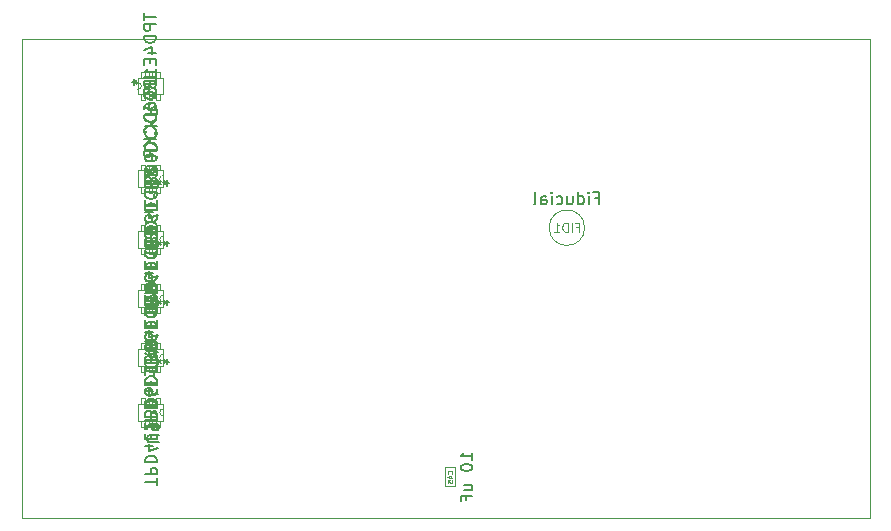
<source format=gbr>
%TF.GenerationSoftware,KiCad,Pcbnew,9.0.5-1.fc42*%
%TF.CreationDate,2025-11-11T18:34:47+01:00*%
%TF.ProjectId,bioamplifier,62696f61-6d70-46c6-9966-6965722e6b69,rev?*%
%TF.SameCoordinates,Original*%
%TF.FileFunction,AssemblyDrawing,Bot*%
%FSLAX46Y46*%
G04 Gerber Fmt 4.6, Leading zero omitted, Abs format (unit mm)*
G04 Created by KiCad (PCBNEW 9.0.5-1.fc42) date 2025-11-11 18:34:47*
%MOMM*%
%LPD*%
G01*
G04 APERTURE LIST*
%ADD10C,0.150000*%
%ADD11C,0.060000*%
%ADD12C,0.110000*%
%ADD13C,0.100000*%
%ADD14C,0.025400*%
%TA.AperFunction,Profile*%
%ADD15C,0.100000*%
%TD*%
G04 APERTURE END LIST*
D10*
X88747319Y-107635118D02*
X88747319Y-107063690D01*
X88747319Y-107349404D02*
X87747319Y-107349404D01*
X87747319Y-107349404D02*
X87890176Y-107254166D01*
X87890176Y-107254166D02*
X87985414Y-107158928D01*
X87985414Y-107158928D02*
X88033033Y-107063690D01*
X87747319Y-108254166D02*
X87747319Y-108349404D01*
X87747319Y-108349404D02*
X87794938Y-108444642D01*
X87794938Y-108444642D02*
X87842557Y-108492261D01*
X87842557Y-108492261D02*
X87937795Y-108539880D01*
X87937795Y-108539880D02*
X88128271Y-108587499D01*
X88128271Y-108587499D02*
X88366366Y-108587499D01*
X88366366Y-108587499D02*
X88556842Y-108539880D01*
X88556842Y-108539880D02*
X88652080Y-108492261D01*
X88652080Y-108492261D02*
X88699700Y-108444642D01*
X88699700Y-108444642D02*
X88747319Y-108349404D01*
X88747319Y-108349404D02*
X88747319Y-108254166D01*
X88747319Y-108254166D02*
X88699700Y-108158928D01*
X88699700Y-108158928D02*
X88652080Y-108111309D01*
X88652080Y-108111309D02*
X88556842Y-108063690D01*
X88556842Y-108063690D02*
X88366366Y-108016071D01*
X88366366Y-108016071D02*
X88128271Y-108016071D01*
X88128271Y-108016071D02*
X87937795Y-108063690D01*
X87937795Y-108063690D02*
X87842557Y-108111309D01*
X87842557Y-108111309D02*
X87794938Y-108158928D01*
X87794938Y-108158928D02*
X87747319Y-108254166D01*
X88080652Y-110206547D02*
X88747319Y-110206547D01*
X88080652Y-109777976D02*
X88604461Y-109777976D01*
X88604461Y-109777976D02*
X88699700Y-109825595D01*
X88699700Y-109825595D02*
X88747319Y-109920833D01*
X88747319Y-109920833D02*
X88747319Y-110063690D01*
X88747319Y-110063690D02*
X88699700Y-110158928D01*
X88699700Y-110158928D02*
X88652080Y-110206547D01*
X88223509Y-111016071D02*
X88223509Y-110682738D01*
X88747319Y-110682738D02*
X87747319Y-110682738D01*
X87747319Y-110682738D02*
X87747319Y-111158928D01*
D11*
X87006332Y-108830357D02*
X87025380Y-108811309D01*
X87025380Y-108811309D02*
X87044427Y-108754167D01*
X87044427Y-108754167D02*
X87044427Y-108716071D01*
X87044427Y-108716071D02*
X87025380Y-108658928D01*
X87025380Y-108658928D02*
X86987284Y-108620833D01*
X86987284Y-108620833D02*
X86949189Y-108601786D01*
X86949189Y-108601786D02*
X86872999Y-108582738D01*
X86872999Y-108582738D02*
X86815856Y-108582738D01*
X86815856Y-108582738D02*
X86739665Y-108601786D01*
X86739665Y-108601786D02*
X86701570Y-108620833D01*
X86701570Y-108620833D02*
X86663475Y-108658928D01*
X86663475Y-108658928D02*
X86644427Y-108716071D01*
X86644427Y-108716071D02*
X86644427Y-108754167D01*
X86644427Y-108754167D02*
X86663475Y-108811309D01*
X86663475Y-108811309D02*
X86682522Y-108830357D01*
X86777760Y-109173214D02*
X87044427Y-109173214D01*
X86625380Y-109077976D02*
X86911094Y-108982738D01*
X86911094Y-108982738D02*
X86911094Y-109230357D01*
X86644427Y-109573214D02*
X86644427Y-109382738D01*
X86644427Y-109382738D02*
X86834903Y-109363690D01*
X86834903Y-109363690D02*
X86815856Y-109382738D01*
X86815856Y-109382738D02*
X86796808Y-109420833D01*
X86796808Y-109420833D02*
X86796808Y-109516071D01*
X86796808Y-109516071D02*
X86815856Y-109554166D01*
X86815856Y-109554166D02*
X86834903Y-109573214D01*
X86834903Y-109573214D02*
X86872999Y-109592261D01*
X86872999Y-109592261D02*
X86968237Y-109592261D01*
X86968237Y-109592261D02*
X87006332Y-109573214D01*
X87006332Y-109573214D02*
X87025380Y-109554166D01*
X87025380Y-109554166D02*
X87044427Y-109516071D01*
X87044427Y-109516071D02*
X87044427Y-109420833D01*
X87044427Y-109420833D02*
X87025380Y-109382738D01*
X87025380Y-109382738D02*
X87006332Y-109363690D01*
D10*
X62045180Y-109779506D02*
X62045180Y-109208078D01*
X61045180Y-109493792D02*
X62045180Y-109493792D01*
X61045180Y-108874744D02*
X62045180Y-108874744D01*
X62045180Y-108874744D02*
X62045180Y-108493792D01*
X62045180Y-108493792D02*
X61997561Y-108398554D01*
X61997561Y-108398554D02*
X61949942Y-108350935D01*
X61949942Y-108350935D02*
X61854704Y-108303316D01*
X61854704Y-108303316D02*
X61711847Y-108303316D01*
X61711847Y-108303316D02*
X61616609Y-108350935D01*
X61616609Y-108350935D02*
X61568990Y-108398554D01*
X61568990Y-108398554D02*
X61521371Y-108493792D01*
X61521371Y-108493792D02*
X61521371Y-108874744D01*
X61045180Y-107874744D02*
X62045180Y-107874744D01*
X62045180Y-107874744D02*
X62045180Y-107636649D01*
X62045180Y-107636649D02*
X61997561Y-107493792D01*
X61997561Y-107493792D02*
X61902323Y-107398554D01*
X61902323Y-107398554D02*
X61807085Y-107350935D01*
X61807085Y-107350935D02*
X61616609Y-107303316D01*
X61616609Y-107303316D02*
X61473752Y-107303316D01*
X61473752Y-107303316D02*
X61283276Y-107350935D01*
X61283276Y-107350935D02*
X61188038Y-107398554D01*
X61188038Y-107398554D02*
X61092800Y-107493792D01*
X61092800Y-107493792D02*
X61045180Y-107636649D01*
X61045180Y-107636649D02*
X61045180Y-107874744D01*
X61711847Y-106446173D02*
X61045180Y-106446173D01*
X62092800Y-106684268D02*
X61378514Y-106922363D01*
X61378514Y-106922363D02*
X61378514Y-106303316D01*
X61568990Y-105922363D02*
X61568990Y-105589030D01*
X61045180Y-105446173D02*
X61045180Y-105922363D01*
X61045180Y-105922363D02*
X62045180Y-105922363D01*
X62045180Y-105922363D02*
X62045180Y-105446173D01*
X61045180Y-104493792D02*
X61045180Y-105065220D01*
X61045180Y-104779506D02*
X62045180Y-104779506D01*
X62045180Y-104779506D02*
X61902323Y-104874744D01*
X61902323Y-104874744D02*
X61807085Y-104969982D01*
X61807085Y-104969982D02*
X61759466Y-105065220D01*
X61568990Y-103731887D02*
X61521371Y-103589030D01*
X61521371Y-103589030D02*
X61473752Y-103541411D01*
X61473752Y-103541411D02*
X61378514Y-103493792D01*
X61378514Y-103493792D02*
X61235657Y-103493792D01*
X61235657Y-103493792D02*
X61140419Y-103541411D01*
X61140419Y-103541411D02*
X61092800Y-103589030D01*
X61092800Y-103589030D02*
X61045180Y-103684268D01*
X61045180Y-103684268D02*
X61045180Y-104065220D01*
X61045180Y-104065220D02*
X62045180Y-104065220D01*
X62045180Y-104065220D02*
X62045180Y-103731887D01*
X62045180Y-103731887D02*
X61997561Y-103636649D01*
X61997561Y-103636649D02*
X61949942Y-103589030D01*
X61949942Y-103589030D02*
X61854704Y-103541411D01*
X61854704Y-103541411D02*
X61759466Y-103541411D01*
X61759466Y-103541411D02*
X61664228Y-103589030D01*
X61664228Y-103589030D02*
X61616609Y-103636649D01*
X61616609Y-103636649D02*
X61568990Y-103731887D01*
X61568990Y-103731887D02*
X61568990Y-104065220D01*
X62045180Y-102874744D02*
X62045180Y-102779506D01*
X62045180Y-102779506D02*
X61997561Y-102684268D01*
X61997561Y-102684268D02*
X61949942Y-102636649D01*
X61949942Y-102636649D02*
X61854704Y-102589030D01*
X61854704Y-102589030D02*
X61664228Y-102541411D01*
X61664228Y-102541411D02*
X61426133Y-102541411D01*
X61426133Y-102541411D02*
X61235657Y-102589030D01*
X61235657Y-102589030D02*
X61140419Y-102636649D01*
X61140419Y-102636649D02*
X61092800Y-102684268D01*
X61092800Y-102684268D02*
X61045180Y-102779506D01*
X61045180Y-102779506D02*
X61045180Y-102874744D01*
X61045180Y-102874744D02*
X61092800Y-102969982D01*
X61092800Y-102969982D02*
X61140419Y-103017601D01*
X61140419Y-103017601D02*
X61235657Y-103065220D01*
X61235657Y-103065220D02*
X61426133Y-103112839D01*
X61426133Y-103112839D02*
X61664228Y-103112839D01*
X61664228Y-103112839D02*
X61854704Y-103065220D01*
X61854704Y-103065220D02*
X61949942Y-103017601D01*
X61949942Y-103017601D02*
X61997561Y-102969982D01*
X61997561Y-102969982D02*
X62045180Y-102874744D01*
X62045180Y-101684268D02*
X62045180Y-101874744D01*
X62045180Y-101874744D02*
X61997561Y-101969982D01*
X61997561Y-101969982D02*
X61949942Y-102017601D01*
X61949942Y-102017601D02*
X61807085Y-102112839D01*
X61807085Y-102112839D02*
X61616609Y-102160458D01*
X61616609Y-102160458D02*
X61235657Y-102160458D01*
X61235657Y-102160458D02*
X61140419Y-102112839D01*
X61140419Y-102112839D02*
X61092800Y-102065220D01*
X61092800Y-102065220D02*
X61045180Y-101969982D01*
X61045180Y-101969982D02*
X61045180Y-101779506D01*
X61045180Y-101779506D02*
X61092800Y-101684268D01*
X61092800Y-101684268D02*
X61140419Y-101636649D01*
X61140419Y-101636649D02*
X61235657Y-101589030D01*
X61235657Y-101589030D02*
X61473752Y-101589030D01*
X61473752Y-101589030D02*
X61568990Y-101636649D01*
X61568990Y-101636649D02*
X61616609Y-101684268D01*
X61616609Y-101684268D02*
X61664228Y-101779506D01*
X61664228Y-101779506D02*
X61664228Y-101969982D01*
X61664228Y-101969982D02*
X61616609Y-102065220D01*
X61616609Y-102065220D02*
X61568990Y-102112839D01*
X61568990Y-102112839D02*
X61473752Y-102160458D01*
X61045180Y-101160458D02*
X62045180Y-101160458D01*
X62045180Y-101160458D02*
X62045180Y-100922363D01*
X62045180Y-100922363D02*
X61997561Y-100779506D01*
X61997561Y-100779506D02*
X61902323Y-100684268D01*
X61902323Y-100684268D02*
X61807085Y-100636649D01*
X61807085Y-100636649D02*
X61616609Y-100589030D01*
X61616609Y-100589030D02*
X61473752Y-100589030D01*
X61473752Y-100589030D02*
X61283276Y-100636649D01*
X61283276Y-100636649D02*
X61188038Y-100684268D01*
X61188038Y-100684268D02*
X61092800Y-100779506D01*
X61092800Y-100779506D02*
X61045180Y-100922363D01*
X61045180Y-100922363D02*
X61045180Y-101160458D01*
X61140419Y-99589030D02*
X61092800Y-99636649D01*
X61092800Y-99636649D02*
X61045180Y-99779506D01*
X61045180Y-99779506D02*
X61045180Y-99874744D01*
X61045180Y-99874744D02*
X61092800Y-100017601D01*
X61092800Y-100017601D02*
X61188038Y-100112839D01*
X61188038Y-100112839D02*
X61283276Y-100160458D01*
X61283276Y-100160458D02*
X61473752Y-100208077D01*
X61473752Y-100208077D02*
X61616609Y-100208077D01*
X61616609Y-100208077D02*
X61807085Y-100160458D01*
X61807085Y-100160458D02*
X61902323Y-100112839D01*
X61902323Y-100112839D02*
X61997561Y-100017601D01*
X61997561Y-100017601D02*
X62045180Y-99874744D01*
X62045180Y-99874744D02*
X62045180Y-99779506D01*
X62045180Y-99779506D02*
X61997561Y-99636649D01*
X61997561Y-99636649D02*
X61949942Y-99589030D01*
X61045180Y-99160458D02*
X62045180Y-99160458D01*
X61045180Y-98589030D02*
X61616609Y-99017601D01*
X62045180Y-98589030D02*
X61473752Y-99160458D01*
X61045180Y-97589030D02*
X61521371Y-97922363D01*
X61045180Y-98160458D02*
X62045180Y-98160458D01*
X62045180Y-98160458D02*
X62045180Y-97779506D01*
X62045180Y-97779506D02*
X61997561Y-97684268D01*
X61997561Y-97684268D02*
X61949942Y-97636649D01*
X61949942Y-97636649D02*
X61854704Y-97589030D01*
X61854704Y-97589030D02*
X61711847Y-97589030D01*
X61711847Y-97589030D02*
X61616609Y-97636649D01*
X61616609Y-97636649D02*
X61568990Y-97684268D01*
X61568990Y-97684268D02*
X61521371Y-97779506D01*
X61521371Y-97779506D02*
X61521371Y-98160458D01*
X62220180Y-106148554D02*
X61410657Y-106148554D01*
X61410657Y-106148554D02*
X61315419Y-106100935D01*
X61315419Y-106100935D02*
X61267800Y-106053316D01*
X61267800Y-106053316D02*
X61220180Y-105958078D01*
X61220180Y-105958078D02*
X61220180Y-105767602D01*
X61220180Y-105767602D02*
X61267800Y-105672364D01*
X61267800Y-105672364D02*
X61315419Y-105624745D01*
X61315419Y-105624745D02*
X61410657Y-105577126D01*
X61410657Y-105577126D02*
X62220180Y-105577126D01*
X61220180Y-105053316D02*
X61220180Y-104862840D01*
X61220180Y-104862840D02*
X61267800Y-104767602D01*
X61267800Y-104767602D02*
X61315419Y-104719983D01*
X61315419Y-104719983D02*
X61458276Y-104624745D01*
X61458276Y-104624745D02*
X61648752Y-104577126D01*
X61648752Y-104577126D02*
X62029704Y-104577126D01*
X62029704Y-104577126D02*
X62124942Y-104624745D01*
X62124942Y-104624745D02*
X62172561Y-104672364D01*
X62172561Y-104672364D02*
X62220180Y-104767602D01*
X62220180Y-104767602D02*
X62220180Y-104958078D01*
X62220180Y-104958078D02*
X62172561Y-105053316D01*
X62172561Y-105053316D02*
X62124942Y-105100935D01*
X62124942Y-105100935D02*
X62029704Y-105148554D01*
X62029704Y-105148554D02*
X61791609Y-105148554D01*
X61791609Y-105148554D02*
X61696371Y-105100935D01*
X61696371Y-105100935D02*
X61648752Y-105053316D01*
X61648752Y-105053316D02*
X61601133Y-104958078D01*
X61601133Y-104958078D02*
X61601133Y-104767602D01*
X61601133Y-104767602D02*
X61648752Y-104672364D01*
X61648752Y-104672364D02*
X61696371Y-104624745D01*
X61696371Y-104624745D02*
X61791609Y-104577126D01*
X62045180Y-90006206D02*
X62045180Y-89434778D01*
X61045180Y-89720492D02*
X62045180Y-89720492D01*
X61045180Y-89101444D02*
X62045180Y-89101444D01*
X62045180Y-89101444D02*
X62045180Y-88720492D01*
X62045180Y-88720492D02*
X61997561Y-88625254D01*
X61997561Y-88625254D02*
X61949942Y-88577635D01*
X61949942Y-88577635D02*
X61854704Y-88530016D01*
X61854704Y-88530016D02*
X61711847Y-88530016D01*
X61711847Y-88530016D02*
X61616609Y-88577635D01*
X61616609Y-88577635D02*
X61568990Y-88625254D01*
X61568990Y-88625254D02*
X61521371Y-88720492D01*
X61521371Y-88720492D02*
X61521371Y-89101444D01*
X61045180Y-88101444D02*
X62045180Y-88101444D01*
X62045180Y-88101444D02*
X62045180Y-87863349D01*
X62045180Y-87863349D02*
X61997561Y-87720492D01*
X61997561Y-87720492D02*
X61902323Y-87625254D01*
X61902323Y-87625254D02*
X61807085Y-87577635D01*
X61807085Y-87577635D02*
X61616609Y-87530016D01*
X61616609Y-87530016D02*
X61473752Y-87530016D01*
X61473752Y-87530016D02*
X61283276Y-87577635D01*
X61283276Y-87577635D02*
X61188038Y-87625254D01*
X61188038Y-87625254D02*
X61092800Y-87720492D01*
X61092800Y-87720492D02*
X61045180Y-87863349D01*
X61045180Y-87863349D02*
X61045180Y-88101444D01*
X61711847Y-86672873D02*
X61045180Y-86672873D01*
X62092800Y-86910968D02*
X61378514Y-87149063D01*
X61378514Y-87149063D02*
X61378514Y-86530016D01*
X61568990Y-86149063D02*
X61568990Y-85815730D01*
X61045180Y-85672873D02*
X61045180Y-86149063D01*
X61045180Y-86149063D02*
X62045180Y-86149063D01*
X62045180Y-86149063D02*
X62045180Y-85672873D01*
X61045180Y-84720492D02*
X61045180Y-85291920D01*
X61045180Y-85006206D02*
X62045180Y-85006206D01*
X62045180Y-85006206D02*
X61902323Y-85101444D01*
X61902323Y-85101444D02*
X61807085Y-85196682D01*
X61807085Y-85196682D02*
X61759466Y-85291920D01*
X61568990Y-83958587D02*
X61521371Y-83815730D01*
X61521371Y-83815730D02*
X61473752Y-83768111D01*
X61473752Y-83768111D02*
X61378514Y-83720492D01*
X61378514Y-83720492D02*
X61235657Y-83720492D01*
X61235657Y-83720492D02*
X61140419Y-83768111D01*
X61140419Y-83768111D02*
X61092800Y-83815730D01*
X61092800Y-83815730D02*
X61045180Y-83910968D01*
X61045180Y-83910968D02*
X61045180Y-84291920D01*
X61045180Y-84291920D02*
X62045180Y-84291920D01*
X62045180Y-84291920D02*
X62045180Y-83958587D01*
X62045180Y-83958587D02*
X61997561Y-83863349D01*
X61997561Y-83863349D02*
X61949942Y-83815730D01*
X61949942Y-83815730D02*
X61854704Y-83768111D01*
X61854704Y-83768111D02*
X61759466Y-83768111D01*
X61759466Y-83768111D02*
X61664228Y-83815730D01*
X61664228Y-83815730D02*
X61616609Y-83863349D01*
X61616609Y-83863349D02*
X61568990Y-83958587D01*
X61568990Y-83958587D02*
X61568990Y-84291920D01*
X62045180Y-83101444D02*
X62045180Y-83006206D01*
X62045180Y-83006206D02*
X61997561Y-82910968D01*
X61997561Y-82910968D02*
X61949942Y-82863349D01*
X61949942Y-82863349D02*
X61854704Y-82815730D01*
X61854704Y-82815730D02*
X61664228Y-82768111D01*
X61664228Y-82768111D02*
X61426133Y-82768111D01*
X61426133Y-82768111D02*
X61235657Y-82815730D01*
X61235657Y-82815730D02*
X61140419Y-82863349D01*
X61140419Y-82863349D02*
X61092800Y-82910968D01*
X61092800Y-82910968D02*
X61045180Y-83006206D01*
X61045180Y-83006206D02*
X61045180Y-83101444D01*
X61045180Y-83101444D02*
X61092800Y-83196682D01*
X61092800Y-83196682D02*
X61140419Y-83244301D01*
X61140419Y-83244301D02*
X61235657Y-83291920D01*
X61235657Y-83291920D02*
X61426133Y-83339539D01*
X61426133Y-83339539D02*
X61664228Y-83339539D01*
X61664228Y-83339539D02*
X61854704Y-83291920D01*
X61854704Y-83291920D02*
X61949942Y-83244301D01*
X61949942Y-83244301D02*
X61997561Y-83196682D01*
X61997561Y-83196682D02*
X62045180Y-83101444D01*
X62045180Y-81910968D02*
X62045180Y-82101444D01*
X62045180Y-82101444D02*
X61997561Y-82196682D01*
X61997561Y-82196682D02*
X61949942Y-82244301D01*
X61949942Y-82244301D02*
X61807085Y-82339539D01*
X61807085Y-82339539D02*
X61616609Y-82387158D01*
X61616609Y-82387158D02*
X61235657Y-82387158D01*
X61235657Y-82387158D02*
X61140419Y-82339539D01*
X61140419Y-82339539D02*
X61092800Y-82291920D01*
X61092800Y-82291920D02*
X61045180Y-82196682D01*
X61045180Y-82196682D02*
X61045180Y-82006206D01*
X61045180Y-82006206D02*
X61092800Y-81910968D01*
X61092800Y-81910968D02*
X61140419Y-81863349D01*
X61140419Y-81863349D02*
X61235657Y-81815730D01*
X61235657Y-81815730D02*
X61473752Y-81815730D01*
X61473752Y-81815730D02*
X61568990Y-81863349D01*
X61568990Y-81863349D02*
X61616609Y-81910968D01*
X61616609Y-81910968D02*
X61664228Y-82006206D01*
X61664228Y-82006206D02*
X61664228Y-82196682D01*
X61664228Y-82196682D02*
X61616609Y-82291920D01*
X61616609Y-82291920D02*
X61568990Y-82339539D01*
X61568990Y-82339539D02*
X61473752Y-82387158D01*
X61045180Y-81387158D02*
X62045180Y-81387158D01*
X62045180Y-81387158D02*
X62045180Y-81149063D01*
X62045180Y-81149063D02*
X61997561Y-81006206D01*
X61997561Y-81006206D02*
X61902323Y-80910968D01*
X61902323Y-80910968D02*
X61807085Y-80863349D01*
X61807085Y-80863349D02*
X61616609Y-80815730D01*
X61616609Y-80815730D02*
X61473752Y-80815730D01*
X61473752Y-80815730D02*
X61283276Y-80863349D01*
X61283276Y-80863349D02*
X61188038Y-80910968D01*
X61188038Y-80910968D02*
X61092800Y-81006206D01*
X61092800Y-81006206D02*
X61045180Y-81149063D01*
X61045180Y-81149063D02*
X61045180Y-81387158D01*
X61140419Y-79815730D02*
X61092800Y-79863349D01*
X61092800Y-79863349D02*
X61045180Y-80006206D01*
X61045180Y-80006206D02*
X61045180Y-80101444D01*
X61045180Y-80101444D02*
X61092800Y-80244301D01*
X61092800Y-80244301D02*
X61188038Y-80339539D01*
X61188038Y-80339539D02*
X61283276Y-80387158D01*
X61283276Y-80387158D02*
X61473752Y-80434777D01*
X61473752Y-80434777D02*
X61616609Y-80434777D01*
X61616609Y-80434777D02*
X61807085Y-80387158D01*
X61807085Y-80387158D02*
X61902323Y-80339539D01*
X61902323Y-80339539D02*
X61997561Y-80244301D01*
X61997561Y-80244301D02*
X62045180Y-80101444D01*
X62045180Y-80101444D02*
X62045180Y-80006206D01*
X62045180Y-80006206D02*
X61997561Y-79863349D01*
X61997561Y-79863349D02*
X61949942Y-79815730D01*
X61045180Y-79387158D02*
X62045180Y-79387158D01*
X61045180Y-78815730D02*
X61616609Y-79244301D01*
X62045180Y-78815730D02*
X61473752Y-79387158D01*
X61045180Y-77815730D02*
X61521371Y-78149063D01*
X61045180Y-78387158D02*
X62045180Y-78387158D01*
X62045180Y-78387158D02*
X62045180Y-78006206D01*
X62045180Y-78006206D02*
X61997561Y-77910968D01*
X61997561Y-77910968D02*
X61949942Y-77863349D01*
X61949942Y-77863349D02*
X61854704Y-77815730D01*
X61854704Y-77815730D02*
X61711847Y-77815730D01*
X61711847Y-77815730D02*
X61616609Y-77863349D01*
X61616609Y-77863349D02*
X61568990Y-77910968D01*
X61568990Y-77910968D02*
X61521371Y-78006206D01*
X61521371Y-78006206D02*
X61521371Y-78387158D01*
X61958119Y-84193550D02*
X62196214Y-84193550D01*
X62100976Y-83955455D02*
X62196214Y-84193550D01*
X62196214Y-84193550D02*
X62100976Y-84431645D01*
X62386690Y-84050693D02*
X62196214Y-84193550D01*
X62196214Y-84193550D02*
X62386690Y-84336407D01*
X62045180Y-84625254D02*
X61235657Y-84625254D01*
X61235657Y-84625254D02*
X61140419Y-84577635D01*
X61140419Y-84577635D02*
X61092800Y-84530016D01*
X61092800Y-84530016D02*
X61045180Y-84434778D01*
X61045180Y-84434778D02*
X61045180Y-84244302D01*
X61045180Y-84244302D02*
X61092800Y-84149064D01*
X61092800Y-84149064D02*
X61140419Y-84101445D01*
X61140419Y-84101445D02*
X61235657Y-84053826D01*
X61235657Y-84053826D02*
X62045180Y-84053826D01*
X61949942Y-83625254D02*
X61997561Y-83577635D01*
X61997561Y-83577635D02*
X62045180Y-83482397D01*
X62045180Y-83482397D02*
X62045180Y-83244302D01*
X62045180Y-83244302D02*
X61997561Y-83149064D01*
X61997561Y-83149064D02*
X61949942Y-83101445D01*
X61949942Y-83101445D02*
X61854704Y-83053826D01*
X61854704Y-83053826D02*
X61759466Y-83053826D01*
X61759466Y-83053826D02*
X61616609Y-83101445D01*
X61616609Y-83101445D02*
X61045180Y-83672873D01*
X61045180Y-83672873D02*
X61045180Y-83053826D01*
X63048480Y-84193549D02*
X62810385Y-84193549D01*
X62905623Y-84431644D02*
X62810385Y-84193549D01*
X62810385Y-84193549D02*
X62905623Y-83955454D01*
X62619909Y-84336406D02*
X62810385Y-84193549D01*
X62810385Y-84193549D02*
X62619909Y-84050692D01*
X62045180Y-100142856D02*
X62045180Y-99571428D01*
X61045180Y-99857142D02*
X62045180Y-99857142D01*
X61045180Y-99238094D02*
X62045180Y-99238094D01*
X62045180Y-99238094D02*
X62045180Y-98857142D01*
X62045180Y-98857142D02*
X61997561Y-98761904D01*
X61997561Y-98761904D02*
X61949942Y-98714285D01*
X61949942Y-98714285D02*
X61854704Y-98666666D01*
X61854704Y-98666666D02*
X61711847Y-98666666D01*
X61711847Y-98666666D02*
X61616609Y-98714285D01*
X61616609Y-98714285D02*
X61568990Y-98761904D01*
X61568990Y-98761904D02*
X61521371Y-98857142D01*
X61521371Y-98857142D02*
X61521371Y-99238094D01*
X61045180Y-98238094D02*
X62045180Y-98238094D01*
X62045180Y-98238094D02*
X62045180Y-97999999D01*
X62045180Y-97999999D02*
X61997561Y-97857142D01*
X61997561Y-97857142D02*
X61902323Y-97761904D01*
X61902323Y-97761904D02*
X61807085Y-97714285D01*
X61807085Y-97714285D02*
X61616609Y-97666666D01*
X61616609Y-97666666D02*
X61473752Y-97666666D01*
X61473752Y-97666666D02*
X61283276Y-97714285D01*
X61283276Y-97714285D02*
X61188038Y-97761904D01*
X61188038Y-97761904D02*
X61092800Y-97857142D01*
X61092800Y-97857142D02*
X61045180Y-97999999D01*
X61045180Y-97999999D02*
X61045180Y-98238094D01*
X61711847Y-96809523D02*
X61045180Y-96809523D01*
X62092800Y-97047618D02*
X61378514Y-97285713D01*
X61378514Y-97285713D02*
X61378514Y-96666666D01*
X61568990Y-96285713D02*
X61568990Y-95952380D01*
X61045180Y-95809523D02*
X61045180Y-96285713D01*
X61045180Y-96285713D02*
X62045180Y-96285713D01*
X62045180Y-96285713D02*
X62045180Y-95809523D01*
X61045180Y-94857142D02*
X61045180Y-95428570D01*
X61045180Y-95142856D02*
X62045180Y-95142856D01*
X62045180Y-95142856D02*
X61902323Y-95238094D01*
X61902323Y-95238094D02*
X61807085Y-95333332D01*
X61807085Y-95333332D02*
X61759466Y-95428570D01*
X61568990Y-94095237D02*
X61521371Y-93952380D01*
X61521371Y-93952380D02*
X61473752Y-93904761D01*
X61473752Y-93904761D02*
X61378514Y-93857142D01*
X61378514Y-93857142D02*
X61235657Y-93857142D01*
X61235657Y-93857142D02*
X61140419Y-93904761D01*
X61140419Y-93904761D02*
X61092800Y-93952380D01*
X61092800Y-93952380D02*
X61045180Y-94047618D01*
X61045180Y-94047618D02*
X61045180Y-94428570D01*
X61045180Y-94428570D02*
X62045180Y-94428570D01*
X62045180Y-94428570D02*
X62045180Y-94095237D01*
X62045180Y-94095237D02*
X61997561Y-93999999D01*
X61997561Y-93999999D02*
X61949942Y-93952380D01*
X61949942Y-93952380D02*
X61854704Y-93904761D01*
X61854704Y-93904761D02*
X61759466Y-93904761D01*
X61759466Y-93904761D02*
X61664228Y-93952380D01*
X61664228Y-93952380D02*
X61616609Y-93999999D01*
X61616609Y-93999999D02*
X61568990Y-94095237D01*
X61568990Y-94095237D02*
X61568990Y-94428570D01*
X62045180Y-93238094D02*
X62045180Y-93142856D01*
X62045180Y-93142856D02*
X61997561Y-93047618D01*
X61997561Y-93047618D02*
X61949942Y-92999999D01*
X61949942Y-92999999D02*
X61854704Y-92952380D01*
X61854704Y-92952380D02*
X61664228Y-92904761D01*
X61664228Y-92904761D02*
X61426133Y-92904761D01*
X61426133Y-92904761D02*
X61235657Y-92952380D01*
X61235657Y-92952380D02*
X61140419Y-92999999D01*
X61140419Y-92999999D02*
X61092800Y-93047618D01*
X61092800Y-93047618D02*
X61045180Y-93142856D01*
X61045180Y-93142856D02*
X61045180Y-93238094D01*
X61045180Y-93238094D02*
X61092800Y-93333332D01*
X61092800Y-93333332D02*
X61140419Y-93380951D01*
X61140419Y-93380951D02*
X61235657Y-93428570D01*
X61235657Y-93428570D02*
X61426133Y-93476189D01*
X61426133Y-93476189D02*
X61664228Y-93476189D01*
X61664228Y-93476189D02*
X61854704Y-93428570D01*
X61854704Y-93428570D02*
X61949942Y-93380951D01*
X61949942Y-93380951D02*
X61997561Y-93333332D01*
X61997561Y-93333332D02*
X62045180Y-93238094D01*
X62045180Y-92047618D02*
X62045180Y-92238094D01*
X62045180Y-92238094D02*
X61997561Y-92333332D01*
X61997561Y-92333332D02*
X61949942Y-92380951D01*
X61949942Y-92380951D02*
X61807085Y-92476189D01*
X61807085Y-92476189D02*
X61616609Y-92523808D01*
X61616609Y-92523808D02*
X61235657Y-92523808D01*
X61235657Y-92523808D02*
X61140419Y-92476189D01*
X61140419Y-92476189D02*
X61092800Y-92428570D01*
X61092800Y-92428570D02*
X61045180Y-92333332D01*
X61045180Y-92333332D02*
X61045180Y-92142856D01*
X61045180Y-92142856D02*
X61092800Y-92047618D01*
X61092800Y-92047618D02*
X61140419Y-91999999D01*
X61140419Y-91999999D02*
X61235657Y-91952380D01*
X61235657Y-91952380D02*
X61473752Y-91952380D01*
X61473752Y-91952380D02*
X61568990Y-91999999D01*
X61568990Y-91999999D02*
X61616609Y-92047618D01*
X61616609Y-92047618D02*
X61664228Y-92142856D01*
X61664228Y-92142856D02*
X61664228Y-92333332D01*
X61664228Y-92333332D02*
X61616609Y-92428570D01*
X61616609Y-92428570D02*
X61568990Y-92476189D01*
X61568990Y-92476189D02*
X61473752Y-92523808D01*
X61045180Y-91523808D02*
X62045180Y-91523808D01*
X62045180Y-91523808D02*
X62045180Y-91285713D01*
X62045180Y-91285713D02*
X61997561Y-91142856D01*
X61997561Y-91142856D02*
X61902323Y-91047618D01*
X61902323Y-91047618D02*
X61807085Y-90999999D01*
X61807085Y-90999999D02*
X61616609Y-90952380D01*
X61616609Y-90952380D02*
X61473752Y-90952380D01*
X61473752Y-90952380D02*
X61283276Y-90999999D01*
X61283276Y-90999999D02*
X61188038Y-91047618D01*
X61188038Y-91047618D02*
X61092800Y-91142856D01*
X61092800Y-91142856D02*
X61045180Y-91285713D01*
X61045180Y-91285713D02*
X61045180Y-91523808D01*
X61140419Y-89952380D02*
X61092800Y-89999999D01*
X61092800Y-89999999D02*
X61045180Y-90142856D01*
X61045180Y-90142856D02*
X61045180Y-90238094D01*
X61045180Y-90238094D02*
X61092800Y-90380951D01*
X61092800Y-90380951D02*
X61188038Y-90476189D01*
X61188038Y-90476189D02*
X61283276Y-90523808D01*
X61283276Y-90523808D02*
X61473752Y-90571427D01*
X61473752Y-90571427D02*
X61616609Y-90571427D01*
X61616609Y-90571427D02*
X61807085Y-90523808D01*
X61807085Y-90523808D02*
X61902323Y-90476189D01*
X61902323Y-90476189D02*
X61997561Y-90380951D01*
X61997561Y-90380951D02*
X62045180Y-90238094D01*
X62045180Y-90238094D02*
X62045180Y-90142856D01*
X62045180Y-90142856D02*
X61997561Y-89999999D01*
X61997561Y-89999999D02*
X61949942Y-89952380D01*
X61045180Y-89523808D02*
X62045180Y-89523808D01*
X61045180Y-88952380D02*
X61616609Y-89380951D01*
X62045180Y-88952380D02*
X61473752Y-89523808D01*
X61045180Y-87952380D02*
X61521371Y-88285713D01*
X61045180Y-88523808D02*
X62045180Y-88523808D01*
X62045180Y-88523808D02*
X62045180Y-88142856D01*
X62045180Y-88142856D02*
X61997561Y-88047618D01*
X61997561Y-88047618D02*
X61949942Y-87999999D01*
X61949942Y-87999999D02*
X61854704Y-87952380D01*
X61854704Y-87952380D02*
X61711847Y-87952380D01*
X61711847Y-87952380D02*
X61616609Y-87999999D01*
X61616609Y-87999999D02*
X61568990Y-88047618D01*
X61568990Y-88047618D02*
X61521371Y-88142856D01*
X61521371Y-88142856D02*
X61521371Y-88523808D01*
X61958119Y-94330200D02*
X62196214Y-94330200D01*
X62100976Y-94092105D02*
X62196214Y-94330200D01*
X62196214Y-94330200D02*
X62100976Y-94568295D01*
X62386690Y-94187343D02*
X62196214Y-94330200D01*
X62196214Y-94330200D02*
X62386690Y-94473057D01*
X63048480Y-94330199D02*
X62810385Y-94330199D01*
X62905623Y-94568294D02*
X62810385Y-94330199D01*
X62810385Y-94330199D02*
X62905623Y-94092104D01*
X62619909Y-94473056D02*
X62810385Y-94330199D01*
X62810385Y-94330199D02*
X62619909Y-94187342D01*
X62045180Y-95238094D02*
X61235657Y-95238094D01*
X61235657Y-95238094D02*
X61140419Y-95190475D01*
X61140419Y-95190475D02*
X61092800Y-95142856D01*
X61092800Y-95142856D02*
X61045180Y-95047618D01*
X61045180Y-95047618D02*
X61045180Y-94857142D01*
X61045180Y-94857142D02*
X61092800Y-94761904D01*
X61092800Y-94761904D02*
X61140419Y-94714285D01*
X61140419Y-94714285D02*
X61235657Y-94666666D01*
X61235657Y-94666666D02*
X62045180Y-94666666D01*
X61045180Y-93666666D02*
X61045180Y-94238094D01*
X61045180Y-93952380D02*
X62045180Y-93952380D01*
X62045180Y-93952380D02*
X61902323Y-94047618D01*
X61902323Y-94047618D02*
X61807085Y-94142856D01*
X61807085Y-94142856D02*
X61759466Y-94238094D01*
X62045180Y-93047618D02*
X62045180Y-92952380D01*
X62045180Y-92952380D02*
X61997561Y-92857142D01*
X61997561Y-92857142D02*
X61949942Y-92809523D01*
X61949942Y-92809523D02*
X61854704Y-92761904D01*
X61854704Y-92761904D02*
X61664228Y-92714285D01*
X61664228Y-92714285D02*
X61426133Y-92714285D01*
X61426133Y-92714285D02*
X61235657Y-92761904D01*
X61235657Y-92761904D02*
X61140419Y-92809523D01*
X61140419Y-92809523D02*
X61092800Y-92857142D01*
X61092800Y-92857142D02*
X61045180Y-92952380D01*
X61045180Y-92952380D02*
X61045180Y-93047618D01*
X61045180Y-93047618D02*
X61092800Y-93142856D01*
X61092800Y-93142856D02*
X61140419Y-93190475D01*
X61140419Y-93190475D02*
X61235657Y-93238094D01*
X61235657Y-93238094D02*
X61426133Y-93285713D01*
X61426133Y-93285713D02*
X61664228Y-93285713D01*
X61664228Y-93285713D02*
X61854704Y-93238094D01*
X61854704Y-93238094D02*
X61949942Y-93190475D01*
X61949942Y-93190475D02*
X61997561Y-93142856D01*
X61997561Y-93142856D02*
X62045180Y-93047618D01*
X62045180Y-105142856D02*
X62045180Y-104571428D01*
X61045180Y-104857142D02*
X62045180Y-104857142D01*
X61045180Y-104238094D02*
X62045180Y-104238094D01*
X62045180Y-104238094D02*
X62045180Y-103857142D01*
X62045180Y-103857142D02*
X61997561Y-103761904D01*
X61997561Y-103761904D02*
X61949942Y-103714285D01*
X61949942Y-103714285D02*
X61854704Y-103666666D01*
X61854704Y-103666666D02*
X61711847Y-103666666D01*
X61711847Y-103666666D02*
X61616609Y-103714285D01*
X61616609Y-103714285D02*
X61568990Y-103761904D01*
X61568990Y-103761904D02*
X61521371Y-103857142D01*
X61521371Y-103857142D02*
X61521371Y-104238094D01*
X61045180Y-103238094D02*
X62045180Y-103238094D01*
X62045180Y-103238094D02*
X62045180Y-102999999D01*
X62045180Y-102999999D02*
X61997561Y-102857142D01*
X61997561Y-102857142D02*
X61902323Y-102761904D01*
X61902323Y-102761904D02*
X61807085Y-102714285D01*
X61807085Y-102714285D02*
X61616609Y-102666666D01*
X61616609Y-102666666D02*
X61473752Y-102666666D01*
X61473752Y-102666666D02*
X61283276Y-102714285D01*
X61283276Y-102714285D02*
X61188038Y-102761904D01*
X61188038Y-102761904D02*
X61092800Y-102857142D01*
X61092800Y-102857142D02*
X61045180Y-102999999D01*
X61045180Y-102999999D02*
X61045180Y-103238094D01*
X61711847Y-101809523D02*
X61045180Y-101809523D01*
X62092800Y-102047618D02*
X61378514Y-102285713D01*
X61378514Y-102285713D02*
X61378514Y-101666666D01*
X61568990Y-101285713D02*
X61568990Y-100952380D01*
X61045180Y-100809523D02*
X61045180Y-101285713D01*
X61045180Y-101285713D02*
X62045180Y-101285713D01*
X62045180Y-101285713D02*
X62045180Y-100809523D01*
X61045180Y-99857142D02*
X61045180Y-100428570D01*
X61045180Y-100142856D02*
X62045180Y-100142856D01*
X62045180Y-100142856D02*
X61902323Y-100238094D01*
X61902323Y-100238094D02*
X61807085Y-100333332D01*
X61807085Y-100333332D02*
X61759466Y-100428570D01*
X61568990Y-99095237D02*
X61521371Y-98952380D01*
X61521371Y-98952380D02*
X61473752Y-98904761D01*
X61473752Y-98904761D02*
X61378514Y-98857142D01*
X61378514Y-98857142D02*
X61235657Y-98857142D01*
X61235657Y-98857142D02*
X61140419Y-98904761D01*
X61140419Y-98904761D02*
X61092800Y-98952380D01*
X61092800Y-98952380D02*
X61045180Y-99047618D01*
X61045180Y-99047618D02*
X61045180Y-99428570D01*
X61045180Y-99428570D02*
X62045180Y-99428570D01*
X62045180Y-99428570D02*
X62045180Y-99095237D01*
X62045180Y-99095237D02*
X61997561Y-98999999D01*
X61997561Y-98999999D02*
X61949942Y-98952380D01*
X61949942Y-98952380D02*
X61854704Y-98904761D01*
X61854704Y-98904761D02*
X61759466Y-98904761D01*
X61759466Y-98904761D02*
X61664228Y-98952380D01*
X61664228Y-98952380D02*
X61616609Y-98999999D01*
X61616609Y-98999999D02*
X61568990Y-99095237D01*
X61568990Y-99095237D02*
X61568990Y-99428570D01*
X62045180Y-98238094D02*
X62045180Y-98142856D01*
X62045180Y-98142856D02*
X61997561Y-98047618D01*
X61997561Y-98047618D02*
X61949942Y-97999999D01*
X61949942Y-97999999D02*
X61854704Y-97952380D01*
X61854704Y-97952380D02*
X61664228Y-97904761D01*
X61664228Y-97904761D02*
X61426133Y-97904761D01*
X61426133Y-97904761D02*
X61235657Y-97952380D01*
X61235657Y-97952380D02*
X61140419Y-97999999D01*
X61140419Y-97999999D02*
X61092800Y-98047618D01*
X61092800Y-98047618D02*
X61045180Y-98142856D01*
X61045180Y-98142856D02*
X61045180Y-98238094D01*
X61045180Y-98238094D02*
X61092800Y-98333332D01*
X61092800Y-98333332D02*
X61140419Y-98380951D01*
X61140419Y-98380951D02*
X61235657Y-98428570D01*
X61235657Y-98428570D02*
X61426133Y-98476189D01*
X61426133Y-98476189D02*
X61664228Y-98476189D01*
X61664228Y-98476189D02*
X61854704Y-98428570D01*
X61854704Y-98428570D02*
X61949942Y-98380951D01*
X61949942Y-98380951D02*
X61997561Y-98333332D01*
X61997561Y-98333332D02*
X62045180Y-98238094D01*
X62045180Y-97047618D02*
X62045180Y-97238094D01*
X62045180Y-97238094D02*
X61997561Y-97333332D01*
X61997561Y-97333332D02*
X61949942Y-97380951D01*
X61949942Y-97380951D02*
X61807085Y-97476189D01*
X61807085Y-97476189D02*
X61616609Y-97523808D01*
X61616609Y-97523808D02*
X61235657Y-97523808D01*
X61235657Y-97523808D02*
X61140419Y-97476189D01*
X61140419Y-97476189D02*
X61092800Y-97428570D01*
X61092800Y-97428570D02*
X61045180Y-97333332D01*
X61045180Y-97333332D02*
X61045180Y-97142856D01*
X61045180Y-97142856D02*
X61092800Y-97047618D01*
X61092800Y-97047618D02*
X61140419Y-96999999D01*
X61140419Y-96999999D02*
X61235657Y-96952380D01*
X61235657Y-96952380D02*
X61473752Y-96952380D01*
X61473752Y-96952380D02*
X61568990Y-96999999D01*
X61568990Y-96999999D02*
X61616609Y-97047618D01*
X61616609Y-97047618D02*
X61664228Y-97142856D01*
X61664228Y-97142856D02*
X61664228Y-97333332D01*
X61664228Y-97333332D02*
X61616609Y-97428570D01*
X61616609Y-97428570D02*
X61568990Y-97476189D01*
X61568990Y-97476189D02*
X61473752Y-97523808D01*
X61045180Y-96523808D02*
X62045180Y-96523808D01*
X62045180Y-96523808D02*
X62045180Y-96285713D01*
X62045180Y-96285713D02*
X61997561Y-96142856D01*
X61997561Y-96142856D02*
X61902323Y-96047618D01*
X61902323Y-96047618D02*
X61807085Y-95999999D01*
X61807085Y-95999999D02*
X61616609Y-95952380D01*
X61616609Y-95952380D02*
X61473752Y-95952380D01*
X61473752Y-95952380D02*
X61283276Y-95999999D01*
X61283276Y-95999999D02*
X61188038Y-96047618D01*
X61188038Y-96047618D02*
X61092800Y-96142856D01*
X61092800Y-96142856D02*
X61045180Y-96285713D01*
X61045180Y-96285713D02*
X61045180Y-96523808D01*
X61140419Y-94952380D02*
X61092800Y-94999999D01*
X61092800Y-94999999D02*
X61045180Y-95142856D01*
X61045180Y-95142856D02*
X61045180Y-95238094D01*
X61045180Y-95238094D02*
X61092800Y-95380951D01*
X61092800Y-95380951D02*
X61188038Y-95476189D01*
X61188038Y-95476189D02*
X61283276Y-95523808D01*
X61283276Y-95523808D02*
X61473752Y-95571427D01*
X61473752Y-95571427D02*
X61616609Y-95571427D01*
X61616609Y-95571427D02*
X61807085Y-95523808D01*
X61807085Y-95523808D02*
X61902323Y-95476189D01*
X61902323Y-95476189D02*
X61997561Y-95380951D01*
X61997561Y-95380951D02*
X62045180Y-95238094D01*
X62045180Y-95238094D02*
X62045180Y-95142856D01*
X62045180Y-95142856D02*
X61997561Y-94999999D01*
X61997561Y-94999999D02*
X61949942Y-94952380D01*
X61045180Y-94523808D02*
X62045180Y-94523808D01*
X61045180Y-93952380D02*
X61616609Y-94380951D01*
X62045180Y-93952380D02*
X61473752Y-94523808D01*
X61045180Y-92952380D02*
X61521371Y-93285713D01*
X61045180Y-93523808D02*
X62045180Y-93523808D01*
X62045180Y-93523808D02*
X62045180Y-93142856D01*
X62045180Y-93142856D02*
X61997561Y-93047618D01*
X61997561Y-93047618D02*
X61949942Y-92999999D01*
X61949942Y-92999999D02*
X61854704Y-92952380D01*
X61854704Y-92952380D02*
X61711847Y-92952380D01*
X61711847Y-92952380D02*
X61616609Y-92999999D01*
X61616609Y-92999999D02*
X61568990Y-93047618D01*
X61568990Y-93047618D02*
X61521371Y-93142856D01*
X61521371Y-93142856D02*
X61521371Y-93523808D01*
X62045180Y-99761904D02*
X61235657Y-99761904D01*
X61235657Y-99761904D02*
X61140419Y-99714285D01*
X61140419Y-99714285D02*
X61092800Y-99666666D01*
X61092800Y-99666666D02*
X61045180Y-99571428D01*
X61045180Y-99571428D02*
X61045180Y-99380952D01*
X61045180Y-99380952D02*
X61092800Y-99285714D01*
X61092800Y-99285714D02*
X61140419Y-99238095D01*
X61140419Y-99238095D02*
X61235657Y-99190476D01*
X61235657Y-99190476D02*
X62045180Y-99190476D01*
X61711847Y-98285714D02*
X61045180Y-98285714D01*
X62092800Y-98523809D02*
X61378514Y-98761904D01*
X61378514Y-98761904D02*
X61378514Y-98142857D01*
X61958119Y-99330200D02*
X62196214Y-99330200D01*
X62100976Y-99092105D02*
X62196214Y-99330200D01*
X62196214Y-99330200D02*
X62100976Y-99568295D01*
X62386690Y-99187343D02*
X62196214Y-99330200D01*
X62196214Y-99330200D02*
X62386690Y-99473057D01*
X63048480Y-99330199D02*
X62810385Y-99330199D01*
X62905623Y-99568294D02*
X62810385Y-99330199D01*
X62810385Y-99330199D02*
X62905623Y-99092104D01*
X62619909Y-99473056D02*
X62810385Y-99330199D01*
X62810385Y-99330199D02*
X62619909Y-99187342D01*
X62045180Y-95142856D02*
X62045180Y-94571428D01*
X61045180Y-94857142D02*
X62045180Y-94857142D01*
X61045180Y-94238094D02*
X62045180Y-94238094D01*
X62045180Y-94238094D02*
X62045180Y-93857142D01*
X62045180Y-93857142D02*
X61997561Y-93761904D01*
X61997561Y-93761904D02*
X61949942Y-93714285D01*
X61949942Y-93714285D02*
X61854704Y-93666666D01*
X61854704Y-93666666D02*
X61711847Y-93666666D01*
X61711847Y-93666666D02*
X61616609Y-93714285D01*
X61616609Y-93714285D02*
X61568990Y-93761904D01*
X61568990Y-93761904D02*
X61521371Y-93857142D01*
X61521371Y-93857142D02*
X61521371Y-94238094D01*
X61045180Y-93238094D02*
X62045180Y-93238094D01*
X62045180Y-93238094D02*
X62045180Y-92999999D01*
X62045180Y-92999999D02*
X61997561Y-92857142D01*
X61997561Y-92857142D02*
X61902323Y-92761904D01*
X61902323Y-92761904D02*
X61807085Y-92714285D01*
X61807085Y-92714285D02*
X61616609Y-92666666D01*
X61616609Y-92666666D02*
X61473752Y-92666666D01*
X61473752Y-92666666D02*
X61283276Y-92714285D01*
X61283276Y-92714285D02*
X61188038Y-92761904D01*
X61188038Y-92761904D02*
X61092800Y-92857142D01*
X61092800Y-92857142D02*
X61045180Y-92999999D01*
X61045180Y-92999999D02*
X61045180Y-93238094D01*
X61711847Y-91809523D02*
X61045180Y-91809523D01*
X62092800Y-92047618D02*
X61378514Y-92285713D01*
X61378514Y-92285713D02*
X61378514Y-91666666D01*
X61568990Y-91285713D02*
X61568990Y-90952380D01*
X61045180Y-90809523D02*
X61045180Y-91285713D01*
X61045180Y-91285713D02*
X62045180Y-91285713D01*
X62045180Y-91285713D02*
X62045180Y-90809523D01*
X61045180Y-89857142D02*
X61045180Y-90428570D01*
X61045180Y-90142856D02*
X62045180Y-90142856D01*
X62045180Y-90142856D02*
X61902323Y-90238094D01*
X61902323Y-90238094D02*
X61807085Y-90333332D01*
X61807085Y-90333332D02*
X61759466Y-90428570D01*
X61568990Y-89095237D02*
X61521371Y-88952380D01*
X61521371Y-88952380D02*
X61473752Y-88904761D01*
X61473752Y-88904761D02*
X61378514Y-88857142D01*
X61378514Y-88857142D02*
X61235657Y-88857142D01*
X61235657Y-88857142D02*
X61140419Y-88904761D01*
X61140419Y-88904761D02*
X61092800Y-88952380D01*
X61092800Y-88952380D02*
X61045180Y-89047618D01*
X61045180Y-89047618D02*
X61045180Y-89428570D01*
X61045180Y-89428570D02*
X62045180Y-89428570D01*
X62045180Y-89428570D02*
X62045180Y-89095237D01*
X62045180Y-89095237D02*
X61997561Y-88999999D01*
X61997561Y-88999999D02*
X61949942Y-88952380D01*
X61949942Y-88952380D02*
X61854704Y-88904761D01*
X61854704Y-88904761D02*
X61759466Y-88904761D01*
X61759466Y-88904761D02*
X61664228Y-88952380D01*
X61664228Y-88952380D02*
X61616609Y-88999999D01*
X61616609Y-88999999D02*
X61568990Y-89095237D01*
X61568990Y-89095237D02*
X61568990Y-89428570D01*
X62045180Y-88238094D02*
X62045180Y-88142856D01*
X62045180Y-88142856D02*
X61997561Y-88047618D01*
X61997561Y-88047618D02*
X61949942Y-87999999D01*
X61949942Y-87999999D02*
X61854704Y-87952380D01*
X61854704Y-87952380D02*
X61664228Y-87904761D01*
X61664228Y-87904761D02*
X61426133Y-87904761D01*
X61426133Y-87904761D02*
X61235657Y-87952380D01*
X61235657Y-87952380D02*
X61140419Y-87999999D01*
X61140419Y-87999999D02*
X61092800Y-88047618D01*
X61092800Y-88047618D02*
X61045180Y-88142856D01*
X61045180Y-88142856D02*
X61045180Y-88238094D01*
X61045180Y-88238094D02*
X61092800Y-88333332D01*
X61092800Y-88333332D02*
X61140419Y-88380951D01*
X61140419Y-88380951D02*
X61235657Y-88428570D01*
X61235657Y-88428570D02*
X61426133Y-88476189D01*
X61426133Y-88476189D02*
X61664228Y-88476189D01*
X61664228Y-88476189D02*
X61854704Y-88428570D01*
X61854704Y-88428570D02*
X61949942Y-88380951D01*
X61949942Y-88380951D02*
X61997561Y-88333332D01*
X61997561Y-88333332D02*
X62045180Y-88238094D01*
X62045180Y-87047618D02*
X62045180Y-87238094D01*
X62045180Y-87238094D02*
X61997561Y-87333332D01*
X61997561Y-87333332D02*
X61949942Y-87380951D01*
X61949942Y-87380951D02*
X61807085Y-87476189D01*
X61807085Y-87476189D02*
X61616609Y-87523808D01*
X61616609Y-87523808D02*
X61235657Y-87523808D01*
X61235657Y-87523808D02*
X61140419Y-87476189D01*
X61140419Y-87476189D02*
X61092800Y-87428570D01*
X61092800Y-87428570D02*
X61045180Y-87333332D01*
X61045180Y-87333332D02*
X61045180Y-87142856D01*
X61045180Y-87142856D02*
X61092800Y-87047618D01*
X61092800Y-87047618D02*
X61140419Y-86999999D01*
X61140419Y-86999999D02*
X61235657Y-86952380D01*
X61235657Y-86952380D02*
X61473752Y-86952380D01*
X61473752Y-86952380D02*
X61568990Y-86999999D01*
X61568990Y-86999999D02*
X61616609Y-87047618D01*
X61616609Y-87047618D02*
X61664228Y-87142856D01*
X61664228Y-87142856D02*
X61664228Y-87333332D01*
X61664228Y-87333332D02*
X61616609Y-87428570D01*
X61616609Y-87428570D02*
X61568990Y-87476189D01*
X61568990Y-87476189D02*
X61473752Y-87523808D01*
X61045180Y-86523808D02*
X62045180Y-86523808D01*
X62045180Y-86523808D02*
X62045180Y-86285713D01*
X62045180Y-86285713D02*
X61997561Y-86142856D01*
X61997561Y-86142856D02*
X61902323Y-86047618D01*
X61902323Y-86047618D02*
X61807085Y-85999999D01*
X61807085Y-85999999D02*
X61616609Y-85952380D01*
X61616609Y-85952380D02*
X61473752Y-85952380D01*
X61473752Y-85952380D02*
X61283276Y-85999999D01*
X61283276Y-85999999D02*
X61188038Y-86047618D01*
X61188038Y-86047618D02*
X61092800Y-86142856D01*
X61092800Y-86142856D02*
X61045180Y-86285713D01*
X61045180Y-86285713D02*
X61045180Y-86523808D01*
X61140419Y-84952380D02*
X61092800Y-84999999D01*
X61092800Y-84999999D02*
X61045180Y-85142856D01*
X61045180Y-85142856D02*
X61045180Y-85238094D01*
X61045180Y-85238094D02*
X61092800Y-85380951D01*
X61092800Y-85380951D02*
X61188038Y-85476189D01*
X61188038Y-85476189D02*
X61283276Y-85523808D01*
X61283276Y-85523808D02*
X61473752Y-85571427D01*
X61473752Y-85571427D02*
X61616609Y-85571427D01*
X61616609Y-85571427D02*
X61807085Y-85523808D01*
X61807085Y-85523808D02*
X61902323Y-85476189D01*
X61902323Y-85476189D02*
X61997561Y-85380951D01*
X61997561Y-85380951D02*
X62045180Y-85238094D01*
X62045180Y-85238094D02*
X62045180Y-85142856D01*
X62045180Y-85142856D02*
X61997561Y-84999999D01*
X61997561Y-84999999D02*
X61949942Y-84952380D01*
X61045180Y-84523808D02*
X62045180Y-84523808D01*
X61045180Y-83952380D02*
X61616609Y-84380951D01*
X62045180Y-83952380D02*
X61473752Y-84523808D01*
X61045180Y-82952380D02*
X61521371Y-83285713D01*
X61045180Y-83523808D02*
X62045180Y-83523808D01*
X62045180Y-83523808D02*
X62045180Y-83142856D01*
X62045180Y-83142856D02*
X61997561Y-83047618D01*
X61997561Y-83047618D02*
X61949942Y-82999999D01*
X61949942Y-82999999D02*
X61854704Y-82952380D01*
X61854704Y-82952380D02*
X61711847Y-82952380D01*
X61711847Y-82952380D02*
X61616609Y-82999999D01*
X61616609Y-82999999D02*
X61568990Y-83047618D01*
X61568990Y-83047618D02*
X61521371Y-83142856D01*
X61521371Y-83142856D02*
X61521371Y-83523808D01*
X62045180Y-89761904D02*
X61235657Y-89761904D01*
X61235657Y-89761904D02*
X61140419Y-89714285D01*
X61140419Y-89714285D02*
X61092800Y-89666666D01*
X61092800Y-89666666D02*
X61045180Y-89571428D01*
X61045180Y-89571428D02*
X61045180Y-89380952D01*
X61045180Y-89380952D02*
X61092800Y-89285714D01*
X61092800Y-89285714D02*
X61140419Y-89238095D01*
X61140419Y-89238095D02*
X61235657Y-89190476D01*
X61235657Y-89190476D02*
X62045180Y-89190476D01*
X62045180Y-88809523D02*
X62045180Y-88190476D01*
X62045180Y-88190476D02*
X61664228Y-88523809D01*
X61664228Y-88523809D02*
X61664228Y-88380952D01*
X61664228Y-88380952D02*
X61616609Y-88285714D01*
X61616609Y-88285714D02*
X61568990Y-88238095D01*
X61568990Y-88238095D02*
X61473752Y-88190476D01*
X61473752Y-88190476D02*
X61235657Y-88190476D01*
X61235657Y-88190476D02*
X61140419Y-88238095D01*
X61140419Y-88238095D02*
X61092800Y-88285714D01*
X61092800Y-88285714D02*
X61045180Y-88380952D01*
X61045180Y-88380952D02*
X61045180Y-88666666D01*
X61045180Y-88666666D02*
X61092800Y-88761904D01*
X61092800Y-88761904D02*
X61140419Y-88809523D01*
X61958119Y-89330200D02*
X62196214Y-89330200D01*
X62100976Y-89092105D02*
X62196214Y-89330200D01*
X62196214Y-89330200D02*
X62100976Y-89568295D01*
X62386690Y-89187343D02*
X62196214Y-89330200D01*
X62196214Y-89330200D02*
X62386690Y-89473057D01*
X63048480Y-89330199D02*
X62810385Y-89330199D01*
X62905623Y-89568294D02*
X62810385Y-89330199D01*
X62810385Y-89330199D02*
X62905623Y-89092104D01*
X62619909Y-89473056D02*
X62810385Y-89330199D01*
X62810385Y-89330199D02*
X62619909Y-89187342D01*
X99130952Y-85481009D02*
X99464285Y-85481009D01*
X99464285Y-86004819D02*
X99464285Y-85004819D01*
X99464285Y-85004819D02*
X98988095Y-85004819D01*
X98607142Y-86004819D02*
X98607142Y-85338152D01*
X98607142Y-85004819D02*
X98654761Y-85052438D01*
X98654761Y-85052438D02*
X98607142Y-85100057D01*
X98607142Y-85100057D02*
X98559523Y-85052438D01*
X98559523Y-85052438D02*
X98607142Y-85004819D01*
X98607142Y-85004819D02*
X98607142Y-85100057D01*
X97702381Y-86004819D02*
X97702381Y-85004819D01*
X97702381Y-85957200D02*
X97797619Y-86004819D01*
X97797619Y-86004819D02*
X97988095Y-86004819D01*
X97988095Y-86004819D02*
X98083333Y-85957200D01*
X98083333Y-85957200D02*
X98130952Y-85909580D01*
X98130952Y-85909580D02*
X98178571Y-85814342D01*
X98178571Y-85814342D02*
X98178571Y-85528628D01*
X98178571Y-85528628D02*
X98130952Y-85433390D01*
X98130952Y-85433390D02*
X98083333Y-85385771D01*
X98083333Y-85385771D02*
X97988095Y-85338152D01*
X97988095Y-85338152D02*
X97797619Y-85338152D01*
X97797619Y-85338152D02*
X97702381Y-85385771D01*
X96797619Y-85338152D02*
X96797619Y-86004819D01*
X97226190Y-85338152D02*
X97226190Y-85861961D01*
X97226190Y-85861961D02*
X97178571Y-85957200D01*
X97178571Y-85957200D02*
X97083333Y-86004819D01*
X97083333Y-86004819D02*
X96940476Y-86004819D01*
X96940476Y-86004819D02*
X96845238Y-85957200D01*
X96845238Y-85957200D02*
X96797619Y-85909580D01*
X95892857Y-85957200D02*
X95988095Y-86004819D01*
X95988095Y-86004819D02*
X96178571Y-86004819D01*
X96178571Y-86004819D02*
X96273809Y-85957200D01*
X96273809Y-85957200D02*
X96321428Y-85909580D01*
X96321428Y-85909580D02*
X96369047Y-85814342D01*
X96369047Y-85814342D02*
X96369047Y-85528628D01*
X96369047Y-85528628D02*
X96321428Y-85433390D01*
X96321428Y-85433390D02*
X96273809Y-85385771D01*
X96273809Y-85385771D02*
X96178571Y-85338152D01*
X96178571Y-85338152D02*
X95988095Y-85338152D01*
X95988095Y-85338152D02*
X95892857Y-85385771D01*
X95464285Y-86004819D02*
X95464285Y-85338152D01*
X95464285Y-85004819D02*
X95511904Y-85052438D01*
X95511904Y-85052438D02*
X95464285Y-85100057D01*
X95464285Y-85100057D02*
X95416666Y-85052438D01*
X95416666Y-85052438D02*
X95464285Y-85004819D01*
X95464285Y-85004819D02*
X95464285Y-85100057D01*
X94559524Y-86004819D02*
X94559524Y-85481009D01*
X94559524Y-85481009D02*
X94607143Y-85385771D01*
X94607143Y-85385771D02*
X94702381Y-85338152D01*
X94702381Y-85338152D02*
X94892857Y-85338152D01*
X94892857Y-85338152D02*
X94988095Y-85385771D01*
X94559524Y-85957200D02*
X94654762Y-86004819D01*
X94654762Y-86004819D02*
X94892857Y-86004819D01*
X94892857Y-86004819D02*
X94988095Y-85957200D01*
X94988095Y-85957200D02*
X95035714Y-85861961D01*
X95035714Y-85861961D02*
X95035714Y-85766723D01*
X95035714Y-85766723D02*
X94988095Y-85671485D01*
X94988095Y-85671485D02*
X94892857Y-85623866D01*
X94892857Y-85623866D02*
X94654762Y-85623866D01*
X94654762Y-85623866D02*
X94559524Y-85576247D01*
X93940476Y-86004819D02*
X94035714Y-85957200D01*
X94035714Y-85957200D02*
X94083333Y-85861961D01*
X94083333Y-85861961D02*
X94083333Y-85004819D01*
D12*
X97553571Y-87948387D02*
X97803571Y-87948387D01*
X97803571Y-88341244D02*
X97803571Y-87591244D01*
X97803571Y-87591244D02*
X97446428Y-87591244D01*
X97160714Y-88341244D02*
X97160714Y-87591244D01*
X96803571Y-88341244D02*
X96803571Y-87591244D01*
X96803571Y-87591244D02*
X96625000Y-87591244D01*
X96625000Y-87591244D02*
X96517857Y-87626958D01*
X96517857Y-87626958D02*
X96446428Y-87698387D01*
X96446428Y-87698387D02*
X96410714Y-87769815D01*
X96410714Y-87769815D02*
X96375000Y-87912672D01*
X96375000Y-87912672D02*
X96375000Y-88019815D01*
X96375000Y-88019815D02*
X96410714Y-88162672D01*
X96410714Y-88162672D02*
X96446428Y-88234101D01*
X96446428Y-88234101D02*
X96517857Y-88305530D01*
X96517857Y-88305530D02*
X96625000Y-88341244D01*
X96625000Y-88341244D02*
X96803571Y-88341244D01*
X95660714Y-88341244D02*
X96089285Y-88341244D01*
X95875000Y-88341244D02*
X95875000Y-87591244D01*
X95875000Y-87591244D02*
X95946428Y-87698387D01*
X95946428Y-87698387D02*
X96017857Y-87769815D01*
X96017857Y-87769815D02*
X96089285Y-87805530D01*
D10*
X60954819Y-69857143D02*
X60954819Y-70428571D01*
X61954819Y-70142857D02*
X60954819Y-70142857D01*
X61954819Y-70761905D02*
X60954819Y-70761905D01*
X60954819Y-70761905D02*
X60954819Y-71142857D01*
X60954819Y-71142857D02*
X61002438Y-71238095D01*
X61002438Y-71238095D02*
X61050057Y-71285714D01*
X61050057Y-71285714D02*
X61145295Y-71333333D01*
X61145295Y-71333333D02*
X61288152Y-71333333D01*
X61288152Y-71333333D02*
X61383390Y-71285714D01*
X61383390Y-71285714D02*
X61431009Y-71238095D01*
X61431009Y-71238095D02*
X61478628Y-71142857D01*
X61478628Y-71142857D02*
X61478628Y-70761905D01*
X61954819Y-71761905D02*
X60954819Y-71761905D01*
X60954819Y-71761905D02*
X60954819Y-72000000D01*
X60954819Y-72000000D02*
X61002438Y-72142857D01*
X61002438Y-72142857D02*
X61097676Y-72238095D01*
X61097676Y-72238095D02*
X61192914Y-72285714D01*
X61192914Y-72285714D02*
X61383390Y-72333333D01*
X61383390Y-72333333D02*
X61526247Y-72333333D01*
X61526247Y-72333333D02*
X61716723Y-72285714D01*
X61716723Y-72285714D02*
X61811961Y-72238095D01*
X61811961Y-72238095D02*
X61907200Y-72142857D01*
X61907200Y-72142857D02*
X61954819Y-72000000D01*
X61954819Y-72000000D02*
X61954819Y-71761905D01*
X61288152Y-73190476D02*
X61954819Y-73190476D01*
X60907200Y-72952381D02*
X61621485Y-72714286D01*
X61621485Y-72714286D02*
X61621485Y-73333333D01*
X61431009Y-73714286D02*
X61431009Y-74047619D01*
X61954819Y-74190476D02*
X61954819Y-73714286D01*
X61954819Y-73714286D02*
X60954819Y-73714286D01*
X60954819Y-73714286D02*
X60954819Y-74190476D01*
X61954819Y-75142857D02*
X61954819Y-74571429D01*
X61954819Y-74857143D02*
X60954819Y-74857143D01*
X60954819Y-74857143D02*
X61097676Y-74761905D01*
X61097676Y-74761905D02*
X61192914Y-74666667D01*
X61192914Y-74666667D02*
X61240533Y-74571429D01*
X61431009Y-75904762D02*
X61478628Y-76047619D01*
X61478628Y-76047619D02*
X61526247Y-76095238D01*
X61526247Y-76095238D02*
X61621485Y-76142857D01*
X61621485Y-76142857D02*
X61764342Y-76142857D01*
X61764342Y-76142857D02*
X61859580Y-76095238D01*
X61859580Y-76095238D02*
X61907200Y-76047619D01*
X61907200Y-76047619D02*
X61954819Y-75952381D01*
X61954819Y-75952381D02*
X61954819Y-75571429D01*
X61954819Y-75571429D02*
X60954819Y-75571429D01*
X60954819Y-75571429D02*
X60954819Y-75904762D01*
X60954819Y-75904762D02*
X61002438Y-76000000D01*
X61002438Y-76000000D02*
X61050057Y-76047619D01*
X61050057Y-76047619D02*
X61145295Y-76095238D01*
X61145295Y-76095238D02*
X61240533Y-76095238D01*
X61240533Y-76095238D02*
X61335771Y-76047619D01*
X61335771Y-76047619D02*
X61383390Y-76000000D01*
X61383390Y-76000000D02*
X61431009Y-75904762D01*
X61431009Y-75904762D02*
X61431009Y-75571429D01*
X60954819Y-76761905D02*
X60954819Y-76857143D01*
X60954819Y-76857143D02*
X61002438Y-76952381D01*
X61002438Y-76952381D02*
X61050057Y-77000000D01*
X61050057Y-77000000D02*
X61145295Y-77047619D01*
X61145295Y-77047619D02*
X61335771Y-77095238D01*
X61335771Y-77095238D02*
X61573866Y-77095238D01*
X61573866Y-77095238D02*
X61764342Y-77047619D01*
X61764342Y-77047619D02*
X61859580Y-77000000D01*
X61859580Y-77000000D02*
X61907200Y-76952381D01*
X61907200Y-76952381D02*
X61954819Y-76857143D01*
X61954819Y-76857143D02*
X61954819Y-76761905D01*
X61954819Y-76761905D02*
X61907200Y-76666667D01*
X61907200Y-76666667D02*
X61859580Y-76619048D01*
X61859580Y-76619048D02*
X61764342Y-76571429D01*
X61764342Y-76571429D02*
X61573866Y-76523810D01*
X61573866Y-76523810D02*
X61335771Y-76523810D01*
X61335771Y-76523810D02*
X61145295Y-76571429D01*
X61145295Y-76571429D02*
X61050057Y-76619048D01*
X61050057Y-76619048D02*
X61002438Y-76666667D01*
X61002438Y-76666667D02*
X60954819Y-76761905D01*
X60954819Y-77952381D02*
X60954819Y-77761905D01*
X60954819Y-77761905D02*
X61002438Y-77666667D01*
X61002438Y-77666667D02*
X61050057Y-77619048D01*
X61050057Y-77619048D02*
X61192914Y-77523810D01*
X61192914Y-77523810D02*
X61383390Y-77476191D01*
X61383390Y-77476191D02*
X61764342Y-77476191D01*
X61764342Y-77476191D02*
X61859580Y-77523810D01*
X61859580Y-77523810D02*
X61907200Y-77571429D01*
X61907200Y-77571429D02*
X61954819Y-77666667D01*
X61954819Y-77666667D02*
X61954819Y-77857143D01*
X61954819Y-77857143D02*
X61907200Y-77952381D01*
X61907200Y-77952381D02*
X61859580Y-78000000D01*
X61859580Y-78000000D02*
X61764342Y-78047619D01*
X61764342Y-78047619D02*
X61526247Y-78047619D01*
X61526247Y-78047619D02*
X61431009Y-78000000D01*
X61431009Y-78000000D02*
X61383390Y-77952381D01*
X61383390Y-77952381D02*
X61335771Y-77857143D01*
X61335771Y-77857143D02*
X61335771Y-77666667D01*
X61335771Y-77666667D02*
X61383390Y-77571429D01*
X61383390Y-77571429D02*
X61431009Y-77523810D01*
X61431009Y-77523810D02*
X61526247Y-77476191D01*
X61954819Y-78476191D02*
X60954819Y-78476191D01*
X60954819Y-78476191D02*
X60954819Y-78714286D01*
X60954819Y-78714286D02*
X61002438Y-78857143D01*
X61002438Y-78857143D02*
X61097676Y-78952381D01*
X61097676Y-78952381D02*
X61192914Y-79000000D01*
X61192914Y-79000000D02*
X61383390Y-79047619D01*
X61383390Y-79047619D02*
X61526247Y-79047619D01*
X61526247Y-79047619D02*
X61716723Y-79000000D01*
X61716723Y-79000000D02*
X61811961Y-78952381D01*
X61811961Y-78952381D02*
X61907200Y-78857143D01*
X61907200Y-78857143D02*
X61954819Y-78714286D01*
X61954819Y-78714286D02*
X61954819Y-78476191D01*
X61859580Y-80047619D02*
X61907200Y-80000000D01*
X61907200Y-80000000D02*
X61954819Y-79857143D01*
X61954819Y-79857143D02*
X61954819Y-79761905D01*
X61954819Y-79761905D02*
X61907200Y-79619048D01*
X61907200Y-79619048D02*
X61811961Y-79523810D01*
X61811961Y-79523810D02*
X61716723Y-79476191D01*
X61716723Y-79476191D02*
X61526247Y-79428572D01*
X61526247Y-79428572D02*
X61383390Y-79428572D01*
X61383390Y-79428572D02*
X61192914Y-79476191D01*
X61192914Y-79476191D02*
X61097676Y-79523810D01*
X61097676Y-79523810D02*
X61002438Y-79619048D01*
X61002438Y-79619048D02*
X60954819Y-79761905D01*
X60954819Y-79761905D02*
X60954819Y-79857143D01*
X60954819Y-79857143D02*
X61002438Y-80000000D01*
X61002438Y-80000000D02*
X61050057Y-80047619D01*
X61954819Y-80476191D02*
X60954819Y-80476191D01*
X61954819Y-81047619D02*
X61383390Y-80619048D01*
X60954819Y-81047619D02*
X61526247Y-80476191D01*
X61954819Y-82047619D02*
X61478628Y-81714286D01*
X61954819Y-81476191D02*
X60954819Y-81476191D01*
X60954819Y-81476191D02*
X60954819Y-81857143D01*
X60954819Y-81857143D02*
X61002438Y-81952381D01*
X61002438Y-81952381D02*
X61050057Y-82000000D01*
X61050057Y-82000000D02*
X61145295Y-82047619D01*
X61145295Y-82047619D02*
X61288152Y-82047619D01*
X61288152Y-82047619D02*
X61383390Y-82000000D01*
X61383390Y-82000000D02*
X61431009Y-81952381D01*
X61431009Y-81952381D02*
X61478628Y-81857143D01*
X61478628Y-81857143D02*
X61478628Y-81476191D01*
X59951519Y-75669800D02*
X60189614Y-75669800D01*
X60094376Y-75431705D02*
X60189614Y-75669800D01*
X60189614Y-75669800D02*
X60094376Y-75907895D01*
X60380090Y-75526943D02*
X60189614Y-75669800D01*
X60189614Y-75669800D02*
X60380090Y-75812657D01*
X60954819Y-75238095D02*
X61764342Y-75238095D01*
X61764342Y-75238095D02*
X61859580Y-75285714D01*
X61859580Y-75285714D02*
X61907200Y-75333333D01*
X61907200Y-75333333D02*
X61954819Y-75428571D01*
X61954819Y-75428571D02*
X61954819Y-75619047D01*
X61954819Y-75619047D02*
X61907200Y-75714285D01*
X61907200Y-75714285D02*
X61859580Y-75761904D01*
X61859580Y-75761904D02*
X61764342Y-75809523D01*
X61764342Y-75809523D02*
X60954819Y-75809523D01*
X60954819Y-76761904D02*
X60954819Y-76285714D01*
X60954819Y-76285714D02*
X61431009Y-76238095D01*
X61431009Y-76238095D02*
X61383390Y-76285714D01*
X61383390Y-76285714D02*
X61335771Y-76380952D01*
X61335771Y-76380952D02*
X61335771Y-76619047D01*
X61335771Y-76619047D02*
X61383390Y-76714285D01*
X61383390Y-76714285D02*
X61431009Y-76761904D01*
X61431009Y-76761904D02*
X61526247Y-76809523D01*
X61526247Y-76809523D02*
X61764342Y-76809523D01*
X61764342Y-76809523D02*
X61859580Y-76761904D01*
X61859580Y-76761904D02*
X61907200Y-76714285D01*
X61907200Y-76714285D02*
X61954819Y-76619047D01*
X61954819Y-76619047D02*
X61954819Y-76380952D01*
X61954819Y-76380952D02*
X61907200Y-76285714D01*
X61907200Y-76285714D02*
X61859580Y-76238095D01*
X59951519Y-75669800D02*
X60189614Y-75669800D01*
X60094376Y-75431705D02*
X60189614Y-75669800D01*
X60189614Y-75669800D02*
X60094376Y-75907895D01*
X60380090Y-75526943D02*
X60189614Y-75669800D01*
X60189614Y-75669800D02*
X60380090Y-75812657D01*
D13*
%TO.C,C45*%
X86462500Y-108287500D02*
X87262500Y-108287500D01*
X86462500Y-109887500D02*
X86462500Y-108287500D01*
X87262500Y-108287500D02*
X87262500Y-109887500D01*
X87262500Y-109887500D02*
X86462500Y-109887500D01*
D14*
%TO.C,U9*%
X60420500Y-102925450D02*
X60420500Y-104347850D01*
X60420500Y-104347850D02*
X62579500Y-104347850D01*
X60697600Y-102430150D02*
X60697600Y-102925450D01*
X60697600Y-102925450D02*
X61002400Y-102925450D01*
X60697600Y-104347850D02*
X60697600Y-104843150D01*
X60697600Y-104843150D02*
X61002400Y-104843150D01*
X61002400Y-102430150D02*
X60697600Y-102430150D01*
X61002400Y-102925450D02*
X61002400Y-102430150D01*
X61002400Y-104347850D02*
X60697600Y-104347850D01*
X61002400Y-104843150D02*
X61002400Y-104347850D01*
X61347600Y-102430150D02*
X61347600Y-102925450D01*
X61347600Y-102925450D02*
X61652400Y-102925450D01*
X61347600Y-104347850D02*
X61347600Y-104843150D01*
X61347600Y-104843150D02*
X61652400Y-104843150D01*
X61652400Y-102430150D02*
X61347600Y-102430150D01*
X61652400Y-102925450D02*
X61652400Y-102430150D01*
X61652400Y-104347850D02*
X61347600Y-104347850D01*
X61652400Y-104843150D02*
X61652400Y-104347850D01*
X61997600Y-102430150D02*
X61997600Y-102925450D01*
X61997600Y-102925450D02*
X62302400Y-102925450D01*
X61997600Y-104347850D02*
X61997600Y-104843150D01*
X61997600Y-104843150D02*
X62302400Y-104843150D01*
X62302400Y-102430150D02*
X61997600Y-102430150D01*
X62302400Y-102925450D02*
X62302400Y-102430150D01*
X62302400Y-104347850D02*
X61997600Y-104347850D01*
X62302400Y-104843150D02*
X62302400Y-104347850D01*
X62579500Y-102925450D02*
X60420500Y-102925450D01*
X62579500Y-104347850D02*
X62579500Y-102925450D01*
X62579500Y-103941450D02*
G75*
G02*
X62579500Y-103331850I0J304800D01*
G01*
%TO.C,U2*%
X60420500Y-83152150D02*
X60420500Y-84574550D01*
X60420500Y-84574550D02*
X62579500Y-84574550D01*
X60697600Y-82656850D02*
X60697600Y-83152150D01*
X60697600Y-83152150D02*
X61002400Y-83152150D01*
X60697600Y-84574550D02*
X60697600Y-85069850D01*
X60697600Y-85069850D02*
X61002400Y-85069850D01*
X61002400Y-82656850D02*
X60697600Y-82656850D01*
X61002400Y-83152150D02*
X61002400Y-82656850D01*
X61002400Y-84574550D02*
X60697600Y-84574550D01*
X61002400Y-85069850D02*
X61002400Y-84574550D01*
X61347600Y-82656850D02*
X61347600Y-83152150D01*
X61347600Y-83152150D02*
X61652400Y-83152150D01*
X61347600Y-84574550D02*
X61347600Y-85069850D01*
X61347600Y-85069850D02*
X61652400Y-85069850D01*
X61652400Y-82656850D02*
X61347600Y-82656850D01*
X61652400Y-83152150D02*
X61652400Y-82656850D01*
X61652400Y-84574550D02*
X61347600Y-84574550D01*
X61652400Y-85069850D02*
X61652400Y-84574550D01*
X61997600Y-82656850D02*
X61997600Y-83152150D01*
X61997600Y-83152150D02*
X62302400Y-83152150D01*
X61997600Y-84574550D02*
X61997600Y-85069850D01*
X61997600Y-85069850D02*
X62302400Y-85069850D01*
X62302400Y-82656850D02*
X61997600Y-82656850D01*
X62302400Y-83152150D02*
X62302400Y-82656850D01*
X62302400Y-84574550D02*
X61997600Y-84574550D01*
X62302400Y-85069850D02*
X62302400Y-84574550D01*
X62579500Y-83152150D02*
X60420500Y-83152150D01*
X62579500Y-84574550D02*
X62579500Y-83152150D01*
X62579500Y-84168150D02*
G75*
G02*
X62579500Y-83558550I0J304800D01*
G01*
%TO.C,U10*%
X60420500Y-93288800D02*
X60420500Y-94711200D01*
X60420500Y-94711200D02*
X62579500Y-94711200D01*
X60697600Y-92793500D02*
X60697600Y-93288800D01*
X60697600Y-93288800D02*
X61002400Y-93288800D01*
X60697600Y-94711200D02*
X60697600Y-95206500D01*
X60697600Y-95206500D02*
X61002400Y-95206500D01*
X61002400Y-92793500D02*
X60697600Y-92793500D01*
X61002400Y-93288800D02*
X61002400Y-92793500D01*
X61002400Y-94711200D02*
X60697600Y-94711200D01*
X61002400Y-95206500D02*
X61002400Y-94711200D01*
X61347600Y-92793500D02*
X61347600Y-93288800D01*
X61347600Y-93288800D02*
X61652400Y-93288800D01*
X61347600Y-94711200D02*
X61347600Y-95206500D01*
X61347600Y-95206500D02*
X61652400Y-95206500D01*
X61652400Y-92793500D02*
X61347600Y-92793500D01*
X61652400Y-93288800D02*
X61652400Y-92793500D01*
X61652400Y-94711200D02*
X61347600Y-94711200D01*
X61652400Y-95206500D02*
X61652400Y-94711200D01*
X61997600Y-92793500D02*
X61997600Y-93288800D01*
X61997600Y-93288800D02*
X62302400Y-93288800D01*
X61997600Y-94711200D02*
X61997600Y-95206500D01*
X61997600Y-95206500D02*
X62302400Y-95206500D01*
X62302400Y-92793500D02*
X61997600Y-92793500D01*
X62302400Y-93288800D02*
X62302400Y-92793500D01*
X62302400Y-94711200D02*
X61997600Y-94711200D01*
X62302400Y-95206500D02*
X62302400Y-94711200D01*
X62579500Y-93288800D02*
X60420500Y-93288800D01*
X62579500Y-94711200D02*
X62579500Y-93288800D01*
X62579500Y-94304800D02*
G75*
G02*
X62579500Y-93695200I0J304800D01*
G01*
%TO.C,U4*%
X60420500Y-98288800D02*
X60420500Y-99711200D01*
X60420500Y-99711200D02*
X62579500Y-99711200D01*
X60697600Y-97793500D02*
X60697600Y-98288800D01*
X60697600Y-98288800D02*
X61002400Y-98288800D01*
X60697600Y-99711200D02*
X60697600Y-100206500D01*
X60697600Y-100206500D02*
X61002400Y-100206500D01*
X61002400Y-97793500D02*
X60697600Y-97793500D01*
X61002400Y-98288800D02*
X61002400Y-97793500D01*
X61002400Y-99711200D02*
X60697600Y-99711200D01*
X61002400Y-100206500D02*
X61002400Y-99711200D01*
X61347600Y-97793500D02*
X61347600Y-98288800D01*
X61347600Y-98288800D02*
X61652400Y-98288800D01*
X61347600Y-99711200D02*
X61347600Y-100206500D01*
X61347600Y-100206500D02*
X61652400Y-100206500D01*
X61652400Y-97793500D02*
X61347600Y-97793500D01*
X61652400Y-98288800D02*
X61652400Y-97793500D01*
X61652400Y-99711200D02*
X61347600Y-99711200D01*
X61652400Y-100206500D02*
X61652400Y-99711200D01*
X61997600Y-97793500D02*
X61997600Y-98288800D01*
X61997600Y-98288800D02*
X62302400Y-98288800D01*
X61997600Y-99711200D02*
X61997600Y-100206500D01*
X61997600Y-100206500D02*
X62302400Y-100206500D01*
X62302400Y-97793500D02*
X61997600Y-97793500D01*
X62302400Y-98288800D02*
X62302400Y-97793500D01*
X62302400Y-99711200D02*
X61997600Y-99711200D01*
X62302400Y-100206500D02*
X62302400Y-99711200D01*
X62579500Y-98288800D02*
X60420500Y-98288800D01*
X62579500Y-99711200D02*
X62579500Y-98288800D01*
X62579500Y-99304800D02*
G75*
G02*
X62579500Y-98695200I0J304800D01*
G01*
%TO.C,U3*%
X60420500Y-88288800D02*
X60420500Y-89711200D01*
X60420500Y-89711200D02*
X62579500Y-89711200D01*
X60697600Y-87793500D02*
X60697600Y-88288800D01*
X60697600Y-88288800D02*
X61002400Y-88288800D01*
X60697600Y-89711200D02*
X60697600Y-90206500D01*
X60697600Y-90206500D02*
X61002400Y-90206500D01*
X61002400Y-87793500D02*
X60697600Y-87793500D01*
X61002400Y-88288800D02*
X61002400Y-87793500D01*
X61002400Y-89711200D02*
X60697600Y-89711200D01*
X61002400Y-90206500D02*
X61002400Y-89711200D01*
X61347600Y-87793500D02*
X61347600Y-88288800D01*
X61347600Y-88288800D02*
X61652400Y-88288800D01*
X61347600Y-89711200D02*
X61347600Y-90206500D01*
X61347600Y-90206500D02*
X61652400Y-90206500D01*
X61652400Y-87793500D02*
X61347600Y-87793500D01*
X61652400Y-88288800D02*
X61652400Y-87793500D01*
X61652400Y-89711200D02*
X61347600Y-89711200D01*
X61652400Y-90206500D02*
X61652400Y-89711200D01*
X61997600Y-87793500D02*
X61997600Y-88288800D01*
X61997600Y-88288800D02*
X62302400Y-88288800D01*
X61997600Y-89711200D02*
X61997600Y-90206500D01*
X61997600Y-90206500D02*
X62302400Y-90206500D01*
X62302400Y-87793500D02*
X61997600Y-87793500D01*
X62302400Y-88288800D02*
X62302400Y-87793500D01*
X62302400Y-89711200D02*
X61997600Y-89711200D01*
X62302400Y-90206500D02*
X62302400Y-89711200D01*
X62579500Y-88288800D02*
X60420500Y-88288800D01*
X62579500Y-89711200D02*
X62579500Y-88288800D01*
X62579500Y-89304800D02*
G75*
G02*
X62579500Y-88695200I0J304800D01*
G01*
D13*
%TO.C,FID1*%
X98250000Y-88000000D02*
G75*
G02*
X95250000Y-88000000I-1500000J0D01*
G01*
X95250000Y-88000000D02*
G75*
G02*
X98250000Y-88000000I1500000J0D01*
G01*
D14*
%TO.C,U5*%
X60420500Y-75288800D02*
X60420500Y-76711200D01*
X60420500Y-76711200D02*
X62579500Y-76711200D01*
X60697600Y-74793500D02*
X60697600Y-75288800D01*
X60697600Y-75288800D02*
X61002400Y-75288800D01*
X60697600Y-76711200D02*
X60697600Y-77206500D01*
X60697600Y-77206500D02*
X61002400Y-77206500D01*
X61002400Y-74793500D02*
X60697600Y-74793500D01*
X61002400Y-75288800D02*
X61002400Y-74793500D01*
X61002400Y-76711200D02*
X60697600Y-76711200D01*
X61002400Y-77206500D02*
X61002400Y-76711200D01*
X61347600Y-74793500D02*
X61347600Y-75288800D01*
X61347600Y-75288800D02*
X61652400Y-75288800D01*
X61347600Y-76711200D02*
X61347600Y-77206500D01*
X61347600Y-77206500D02*
X61652400Y-77206500D01*
X61652400Y-74793500D02*
X61347600Y-74793500D01*
X61652400Y-75288800D02*
X61652400Y-74793500D01*
X61652400Y-76711200D02*
X61347600Y-76711200D01*
X61652400Y-77206500D02*
X61652400Y-76711200D01*
X61997600Y-74793500D02*
X61997600Y-75288800D01*
X61997600Y-75288800D02*
X62302400Y-75288800D01*
X61997600Y-76711200D02*
X61997600Y-77206500D01*
X61997600Y-77206500D02*
X62302400Y-77206500D01*
X62302400Y-74793500D02*
X61997600Y-74793500D01*
X62302400Y-75288800D02*
X62302400Y-74793500D01*
X62302400Y-76711200D02*
X61997600Y-76711200D01*
X62302400Y-77206500D02*
X62302400Y-76711200D01*
X62579500Y-75288800D02*
X60420500Y-75288800D01*
X62579500Y-76711200D02*
X62579500Y-75288800D01*
X60420500Y-75695200D02*
G75*
G02*
X60420500Y-76304800I0J-304800D01*
G01*
%TD*%
D15*
X50601596Y-72042903D02*
X122375000Y-72042903D01*
X122375000Y-112556276D01*
X50601596Y-112556276D01*
X50601596Y-72042903D01*
M02*

</source>
